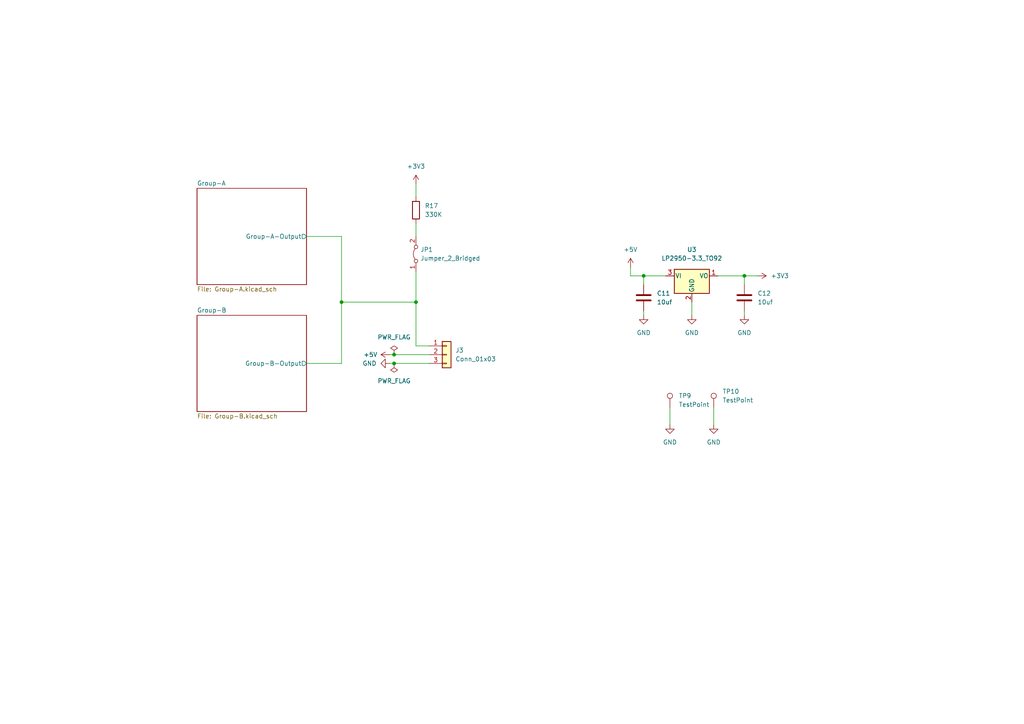
<source format=kicad_sch>
(kicad_sch (version 20211123) (generator eeschema)
  (paper "A4")
  (lib_symbols
    (symbol "Connector:TestPoint" (pin_numbers hide) (pin_names (offset 0.762) hide)
      (property "Reference" "TP" (at 0 6.858 0))
      (property "Value" "TestPoint" (at 0 5.08 0))
      (symbol "TestPoint_0_1"
        (circle (center 0 3.302) (radius 0.762))
      )
      (symbol "TestPoint_1_1"
        (pin passive line (at 0 0 90) (length 2.54) (name "1") (number "1"))
      )
    )
    (symbol "Connector_Generic:Conn_01x03" (pin_names (offset 1.016) hide)
      (property "Reference" "J" (at 0 5.08 0))
      (property "Value" "Conn_01x03" (at 0 -5.08 0))
      (symbol "Conn_01x03_1_1"
        (rectangle (start -1.27 -2.413) (end 0 -2.667) (stroke (width 0.1524)))
        (rectangle (start -1.27 0.127) (end 0 -0.127) (stroke (width 0.1524)))
        (rectangle (start -1.27 2.667) (end 0 2.413) (stroke (width 0.1524)))
        (rectangle (start -1.27 3.81) (end 1.27 -3.81) (stroke (width 0.254)) (fill (type background)))
        (pin passive line (at -5.08 2.54 0) (length 3.81) (name "Pin_1") (number "1"))
        (pin passive line (at -5.08 0 0) (length 3.81) (name "Pin_2") (number "2"))
        (pin passive line (at -5.08 -2.54 0) (length 3.81) (name "Pin_3") (number "3"))
      )
    )
    (symbol "Device:C" (pin_numbers hide) (pin_names (offset 0.254))
      (property "Reference" "C" (at 0.635 2.54 0))
      (property "Value" "C" (at 0.635 -2.54 0))
      (symbol "C_0_1"
        (polyline (pts (xy -2.032 -0.762) (xy 2.032 -0.762)) (stroke (width 0.508)))
        (polyline (pts (xy -2.032 0.762) (xy 2.032 0.762)) (stroke (width 0.508)))
      )
      (symbol "C_1_1"
        (pin passive line (at 0 3.81 270) (length 2.794) (name "~") (number "1"))
        (pin passive line (at 0 -3.81 90) (length 2.794) (name "~") (number "2"))
      )
    )
    (symbol "Device:R" (pin_numbers hide) (pin_names (offset 0))
      (property "Reference" "R" (at 2.032 0 90))
      (property "Value" "R" (at 0 0 90))
      (symbol "R_0_1"
        (rectangle (start -1.016 -2.54) (end 1.016 2.54) (stroke (width 0.254)))
      )
      (symbol "R_1_1"
        (pin passive line (at 0 3.81 270) (length 1.27) (name "~") (number "1"))
        (pin passive line (at 0 -3.81 90) (length 1.27) (name "~") (number "2"))
      )
    )
    (symbol "Jumper:Jumper_2_Bridged" (pin_names (offset 0) hide)
      (property "Reference" "JP" (at 0 1.905 0))
      (property "Value" "Jumper_2_Bridged" (at 0 -2.54 0))
      (symbol "Jumper_2_Bridged_0_0"
        (circle (center -2.032 0) (radius 0.508))
        (circle (center 2.032 0) (radius 0.508))
      )
      (symbol "Jumper_2_Bridged_0_1"
        (arc (start 1.524 0.254) (mid 0 0.762) (end -1.524 0.254))
      )
      (symbol "Jumper_2_Bridged_1_1"
        (pin passive line (at -5.08 0 0) (length 2.54) (name "A") (number "1"))
        (pin passive line (at 5.08 0 180) (length 2.54) (name "B") (number "2"))
      )
    )
    (symbol "Regulator_Linear:LP2950-3.3_TO92" (pin_names (offset 0.254))
      (property "Reference" "U" (at -3.81 3.175 0))
      (property "Value" "LP2950-3.3_TO92" (at 0 3.175 0))
      (symbol "LP2950-3.3_TO92_0_1"
        (rectangle (start -5.08 -5.08) (end 5.08 1.905) (stroke (width 0.254)) (fill (type background)))
      )
      (symbol "LP2950-3.3_TO92_1_1"
        (pin power_out line (at 7.62 0 180) (length 2.54) (name "VO") (number "1"))
        (pin power_in line (at 0 -7.62 90) (length 2.54) (name "GND") (number "2"))
        (pin power_in line (at -7.62 0 0) (length 2.54) (name "VI") (number "3"))
      )
    )
    (symbol "power:+3.3V" (power) (pin_names (offset 0))
      (property "Value" "+3.3V" (at 0 3.556 0))
      (symbol "+3.3V_0_1"
        (polyline (pts (xy -0.762 1.27) (xy 0 2.54)))
        (polyline (pts (xy 0 0) (xy 0 2.54)))
        (polyline (pts (xy 0 2.54) (xy 0.762 1.27)))
      )
      (symbol "+3.3V_1_1"
        (pin power_in line (at 0 0 90) (length 0) hide (name "+3V3") (number "1"))
      )
    )
    (symbol "power:+5V" (power) (pin_names (offset 0))
      (property "Value" "+5V" (at 0 3.556 0))
      (symbol "+5V_0_1"
        (polyline (pts (xy -0.762 1.27) (xy 0 2.54)))
        (polyline (pts (xy 0 0) (xy 0 2.54)))
        (polyline (pts (xy 0 2.54) (xy 0.762 1.27)))
      )
      (symbol "+5V_1_1"
        (pin power_in line (at 0 0 90) (length 0) hide (name "+5V") (number "1"))
      )
    )
    (symbol "power:GND" (power) (pin_names (offset 0))
      (property "Value" "GND" (at 0 -3.81 0))
      (symbol "GND_0_1"
        (polyline (pts (xy 0 0) (xy 0 -1.27) (xy 1.27 -1.27) (xy 0 -2.54) (xy -1.27 -1.27) (xy 0 -1.27)))
      )
      (symbol "GND_1_1"
        (pin power_in line (at 0 0 270) (length 0) hide (name "GND") (number "1"))
      )
    )
    (symbol "power:PWR_FLAG" (power) (pin_numbers hide) (pin_names (offset 0) hide)
      (property "Value" "PWR_FLAG" (at 0 3.81 0))
      (symbol "PWR_FLAG_0_0"
        (pin power_out line (at 0 0 90) (length 0) (name "pwr") (number "1"))
      )
      (symbol "PWR_FLAG_0_1"
        (polyline (pts (xy 0 0) (xy 0 1.27) (xy -1.016 1.905) (xy 0 2.54) (xy 1.016 1.905) (xy 0 1.27)))
      )
    )
  )
  (junction (at 215.9 80.01))
  (junction (at 114.3 102.87))
  (junction (at 99.06 87.63))
  (junction (at 186.69 80.01))
  (junction (at 114.3 105.41))
  (junction (at 120.65 87.63))
  (wire (pts (xy 194.31 118.11) (xy 194.31 123.19)))
  (wire (pts (xy 182.88 77.47) (xy 182.88 80.01)))
  (wire (pts (xy 186.69 80.01) (xy 182.88 80.01)))
  (wire (pts (xy 193.04 80.01) (xy 186.69 80.01)))
  (wire (pts (xy 215.9 80.01) (xy 215.9 82.55)))
  (wire (pts (xy 186.69 80.01) (xy 186.69 82.55)))
  (wire (pts (xy 215.9 80.01) (xy 219.71 80.01)))
  (wire (pts (xy 88.9 68.58) (xy 99.06 68.58)))
  (wire (pts (xy 99.06 68.58) (xy 99.06 87.63)))
  (wire (pts (xy 99.06 87.63) (xy 120.65 87.63)))
  (wire (pts (xy 200.66 87.63) (xy 200.66 91.44)))
  (wire (pts (xy 207.01 118.11) (xy 207.01 123.19)))
  (wire (pts (xy 120.65 64.77) (xy 120.65 68.58)))
  (wire (pts (xy 120.65 78.74) (xy 120.65 87.63)))
  (wire (pts (xy 120.65 87.63) (xy 120.65 100.33)))
  (wire (pts (xy 120.65 100.33) (xy 124.46 100.33)))
  (wire (pts (xy 215.9 90.17) (xy 215.9 91.44)))
  (wire (pts (xy 88.9 105.41) (xy 99.06 105.41)))
  (wire (pts (xy 99.06 105.41) (xy 99.06 87.63)))
  (wire (pts (xy 113.03 105.41) (xy 114.3 105.41)))
  (wire (pts (xy 114.3 105.41) (xy 124.46 105.41)))
  (wire (pts (xy 120.65 53.34) (xy 120.65 57.15)))
  (wire (pts (xy 113.03 102.87) (xy 114.3 102.87)))
  (wire (pts (xy 114.3 102.87) (xy 124.46 102.87)))
  (wire (pts (xy 208.28 80.01) (xy 215.9 80.01)))
  (wire (pts (xy 186.69 90.17) (xy 186.69 91.44)))
  (symbol (lib_id "power:GND") (at 207.01 123.19 0) (unit 1)
    (property "Reference" "#PWR0140" (effects hide))
    (property "Value" "GND" (at 207.01 128.27 0))
  )
  (symbol (lib_id "power:+5V") (at 182.88 77.47 0) (unit 1)
    (property "Reference" "#PWR0103" (effects hide))
    (property "Value" "+5V" (at 182.88 72.39 0))
  )
  (symbol (lib_id "Device:R") (at 120.65 60.96 0) (unit 1)
    (property "Reference" "R17" (at 123.19 59.6899 0) (effects (justify left)))
    (property "Value" "330K" (at 123.19 62.2299 0) (effects (justify left)))
    (property "Footprint" "Resistor_SMD:R_0805_2012Metric_Pad1.20x1.40mm_HandSolder" (effects hide))
  )
  (symbol (lib_id "power:GND") (at 186.69 91.44 0) (unit 1)
    (property "Reference" "#PWR02" (effects hide))
    (property "Value" "GND" (at 186.69 96.52 0))
  )
  (symbol (lib_id "power:GND") (at 113.03 105.41 270) (unit 1)
    (property "Reference" "#PWR020" (effects hide))
    (property "Value" "GND" (at 109.22 105.4099 90) (effects (justify right)))
  )
  (symbol (lib_id "power:GND") (at 194.31 123.19 0) (unit 1)
    (property "Reference" "#PWR0139" (effects hide))
    (property "Value" "GND" (at 194.31 128.27 0))
  )
  (symbol (lib_id "Connector_Generic:Conn_01x03") (at 129.54 102.87 0) (unit 1)
    (property "Reference" "J3" (at 132.08 101.5999 0) (effects (justify left)))
    (property "Value" "Conn_01x03" (at 132.08 104.1399 0) (effects (justify left)))
    (property "Footprint" "TerminalBlock_TE-Connectivity:TerminalBlock_TE_282834-3_1x03_P2.54mm_Horizontal" (effects hide))
  )
  (symbol (lib_id "Device:C") (at 215.9 86.36 0) (unit 1)
    (property "Reference" "C12" (at 219.71 85.0899 0) (effects (justify left)))
    (property "Value" "10uf" (at 219.71 87.6299 0) (effects (justify left)))
    (property "Footprint" "Capacitor_SMD:C_1206_3216Metric_Pad1.33x1.80mm_HandSolder" (effects hide))
  )
  (symbol (lib_id "Jumper:Jumper_2_Bridged") (at 120.65 73.66 90) (unit 1)
    (property "Reference" "JP1" (at 121.92 72.3899 90) (effects (justify right)))
    (property "Value" "Jumper_2_Bridged" (at 121.92 74.9299 90) (effects (justify right)))
    (property "Footprint" "Jumper:SolderJumper-2_P1.3mm_Bridged_Pad1.0x1.5mm" (effects hide))
  )
  (symbol (lib_id "Device:C") (at 186.69 86.36 0) (unit 1)
    (property "Reference" "C11" (at 190.5 85.0899 0) (effects (justify left)))
    (property "Value" "10uf" (at 190.5 87.6299 0) (effects (justify left)))
    (property "Footprint" "Capacitor_SMD:C_1206_3216Metric_Pad1.33x1.80mm_HandSolder" (effects hide))
  )
  (symbol (lib_id "power:+5V") (at 113.03 102.87 90) (unit 1)
    (property "Reference" "#PWR0102" (effects hide))
    (property "Value" "+5V" (at 105.41 102.8699 90) (effects (justify right)))
  )
  (symbol (lib_id "Regulator_Linear:LP2950-3.3_TO92") (at 200.66 80.01 0) (unit 1)
    (property "Reference" "U3" (at 200.66 72.39 0))
    (property "Value" "LP2950-3.3_TO92" (at 200.66 74.93 0))
    (property "Footprint" "Package_TO_SOT_THT:TO-92_Inline" (effects hide))
    (property "Datasheet" "http://www.ti.com/lit/ds/symlink/lp2950.pdf" (effects hide))
  )
  (symbol (lib_id "power:GND") (at 200.66 91.44 0) (unit 1)
    (property "Reference" "#PWR0105" (effects hide))
    (property "Value" "GND" (at 200.66 96.52 0))
  )
  (symbol (lib_id "power:GND") (at 215.9 91.44 0) (unit 1)
    (property "Reference" "#PWR0106" (effects hide))
    (property "Value" "GND" (at 215.9 96.52 0))
  )
  (symbol (lib_id "power:+3.3V") (at 120.65 53.34 0) (unit 1)
    (property "Reference" "#PWR0101" (effects hide))
    (property "Value" "+3.3V" (at 120.65 48.26 0))
  )
  (symbol (lib_id "Connector:TestPoint") (at 194.31 118.11 0) (unit 1)
    (property "Reference" "TP9" (at 196.85 114.8079 0) (effects (justify left)))
    (property "Value" "TestPoint" (at 196.85 117.3479 0) (effects (justify left)))
    (property "Footprint" "Connector_PinHeader_2.54mm:PinHeader_1x01_P2.54mm_Vertical" (effects hide))
  )
  (symbol (lib_id "power:PWR_FLAG") (at 114.3 105.41 180) (unit 1)
    (property "Reference" "#FLG0102" (effects hide))
    (property "Value" "PWR_FLAG" (at 114.3 110.49 0))
  )
  (symbol (lib_id "power:PWR_FLAG") (at 114.3 102.87 0) (unit 1)
    (property "Reference" "#FLG0101" (effects hide))
    (property "Value" "PWR_FLAG" (at 114.3 97.79 0))
  )
  (symbol (lib_id "power:+3.3V") (at 219.71 80.01 270) (unit 1)
    (property "Reference" "#PWR0104" (effects hide))
    (property "Value" "+3.3V" (at 223.52 80.0099 90) (effects (justify left)))
  )
  (symbol (lib_id "Connector:TestPoint") (at 207.01 118.11 0) (unit 1)
    (property "Reference" "TP10" (at 209.55 113.5379 0) (effects (justify left)))
    (property "Value" "TestPoint" (at 209.55 116.0779 0) (effects (justify left)))
    (property "Footprint" "Connector_PinHeader_2.54mm:PinHeader_1x01_P2.54mm_Vertical" (effects hide))
  )
  (sheet (at 57.15 54.61) (size 31.75 27.94) (stroke (width 0.1524))
    (property "Sheet name" "Group-A" (at 57.15 53.8984 0) (effects (justify left bottom)))
    (property "Sheet file" "Group-A.kicad_sch" (at 57.15 83.1346 0) (effects (justify left top)))
    (pin "Group-A-Output" output (at 88.9 68.58 0))
  )
  (sheet (at 57.15 91.44) (size 31.75 27.94) (stroke (width 0.1524))
    (property "Sheet name" "Group-B" (at 57.15 90.7284 0) (effects (justify left bottom)))
    (property "Sheet file" "Group-B.kicad_sch" (at 57.15 119.9646 0) (effects (justify left top)))
    (pin "Group-B-Output" output (at 88.9 105.41 0))
  )
)
</source>
